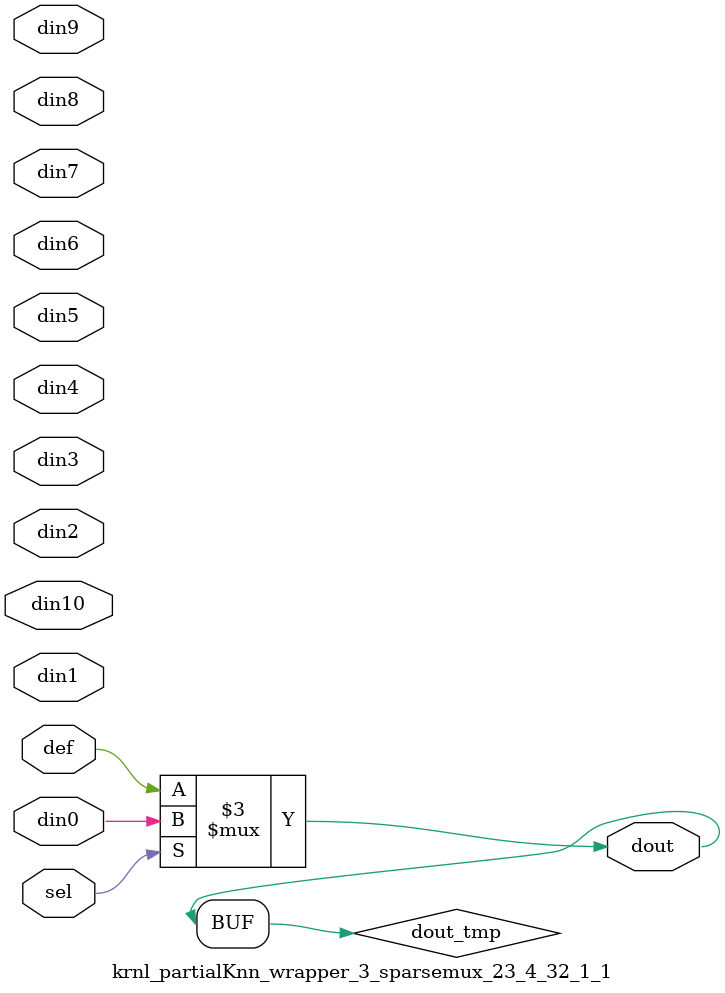
<source format=v>
`timescale 1 ns / 1 ps
module krnl_partialKnn_wrapper_3_sparsemux_23_4_32_1_1 (din0,din1,din2,din3,din4,din5,din6,din7,din8,din9,din10,def,sel,dout);
parameter din0_WIDTH = 1;
parameter din1_WIDTH = 1;
parameter din2_WIDTH = 1;
parameter din3_WIDTH = 1;
parameter din4_WIDTH = 1;
parameter din5_WIDTH = 1;
parameter din6_WIDTH = 1;
parameter din7_WIDTH = 1;
parameter din8_WIDTH = 1;
parameter din9_WIDTH = 1;
parameter din10_WIDTH = 1;
parameter def_WIDTH = 1;
parameter sel_WIDTH = 1;
parameter dout_WIDTH = 1;
parameter [sel_WIDTH-1:0] CASE0 = 1;
parameter [sel_WIDTH-1:0] CASE1 = 1;
parameter [sel_WIDTH-1:0] CASE2 = 1;
parameter [sel_WIDTH-1:0] CASE3 = 1;
parameter [sel_WIDTH-1:0] CASE4 = 1;
parameter [sel_WIDTH-1:0] CASE5 = 1;
parameter [sel_WIDTH-1:0] CASE6 = 1;
parameter [sel_WIDTH-1:0] CASE7 = 1;
parameter [sel_WIDTH-1:0] CASE8 = 1;
parameter [sel_WIDTH-1:0] CASE9 = 1;
parameter [sel_WIDTH-1:0] CASE10 = 1;
parameter ID = 1;
parameter NUM_STAGE = 1;
input [din0_WIDTH-1:0] din0;
input [din1_WIDTH-1:0] din1;
input [din2_WIDTH-1:0] din2;
input [din3_WIDTH-1:0] din3;
input [din4_WIDTH-1:0] din4;
input [din5_WIDTH-1:0] din5;
input [din6_WIDTH-1:0] din6;
input [din7_WIDTH-1:0] din7;
input [din8_WIDTH-1:0] din8;
input [din9_WIDTH-1:0] din9;
input [din10_WIDTH-1:0] din10;
input [def_WIDTH-1:0] def;
input [sel_WIDTH-1:0] sel;
output [dout_WIDTH-1:0] dout;
reg [dout_WIDTH-1:0] dout_tmp;
always @ (*) begin
case (sel)
    
    CASE0 : dout_tmp = din0;
    
    CASE1 : dout_tmp = din1;
    
    CASE2 : dout_tmp = din2;
    
    CASE3 : dout_tmp = din3;
    
    CASE4 : dout_tmp = din4;
    
    CASE5 : dout_tmp = din5;
    
    CASE6 : dout_tmp = din6;
    
    CASE7 : dout_tmp = din7;
    
    CASE8 : dout_tmp = din8;
    
    CASE9 : dout_tmp = din9;
    
    CASE10 : dout_tmp = din10;
    
    default : dout_tmp = def;
endcase
end
assign dout = dout_tmp;
endmodule
</source>
